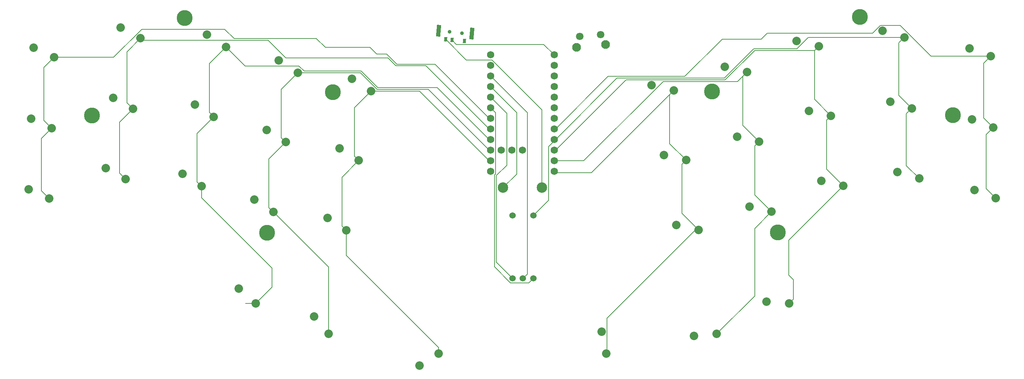
<source format=gbr>
%TF.GenerationSoftware,KiCad,Pcbnew,9.0.7*%
%TF.CreationDate,2026-02-25T20:28:23+01:00*%
%TF.ProjectId,AFF314KEEB,41464633-3134-44b4-9545-422e6b696361,rev?*%
%TF.SameCoordinates,Original*%
%TF.FileFunction,Copper,L1,Top*%
%TF.FilePolarity,Positive*%
%FSLAX46Y46*%
G04 Gerber Fmt 4.6, Leading zero omitted, Abs format (unit mm)*
G04 Created by KiCad (PCBNEW 9.0.7) date 2026-02-25 20:28:23*
%MOMM*%
%LPD*%
G01*
G04 APERTURE LIST*
G04 Aperture macros list*
%AMRotRect*
0 Rectangle, with rotation*
0 The origin of the aperture is its center*
0 $1 length*
0 $2 width*
0 $3 Rotation angle, in degrees counterclockwise*
0 Add horizontal line*
21,1,$1,$2,0,0,$3*%
G04 Aperture macros list end*
%TA.AperFunction,ComponentPad*%
%ADD10C,1.752600*%
%TD*%
%TA.AperFunction,ConnectorPad*%
%ADD11C,3.800000*%
%TD*%
%TA.AperFunction,ComponentPad*%
%ADD12C,2.600000*%
%TD*%
%TA.AperFunction,ComponentPad*%
%ADD13C,2.032000*%
%TD*%
%TA.AperFunction,ComponentPad*%
%ADD14C,2.500000*%
%TD*%
%TA.AperFunction,ComponentPad*%
%ADD15C,1.800000*%
%TD*%
%TA.AperFunction,ComponentPad*%
%ADD16C,2.100000*%
%TD*%
%TA.AperFunction,WasherPad*%
%ADD17C,0.900000*%
%TD*%
%TA.AperFunction,SMDPad,CuDef*%
%ADD18RotRect,0.700000X1.000000X355.000000*%
%TD*%
%TA.AperFunction,SMDPad,CuDef*%
%ADD19RotRect,2.800000X1.000000X265.000000*%
%TD*%
%TA.AperFunction,ComponentPad*%
%ADD20C,1.524000*%
%TD*%
%TA.AperFunction,Conductor*%
%ADD21C,0.200000*%
%TD*%
G04 APERTURE END LIST*
D10*
%TO.P,U1,1,1*%
%TO.N,unconnected-(U1-Pad1)*%
X142062065Y-63584463D03*
%TO.P,U1,2,0*%
%TO.N,unconnected-(U1-0-Pad2)*%
X142062065Y-66124463D03*
%TO.P,U1,3,GND*%
%TO.N,GND*%
X142062065Y-68664463D03*
%TO.P,U1,4,GND*%
X142062065Y-71204463D03*
%TO.P,U1,5,2*%
%TO.N,A*%
X142062065Y-73744463D03*
%TO.P,U1,6,3*%
%TO.N,B*%
X142062065Y-76284463D03*
%TO.P,U1,7,4*%
%TO.N,COL_0*%
X142062065Y-78824463D03*
%TO.P,U1,8,5*%
%TO.N,COL_1*%
X142062065Y-81364463D03*
%TO.P,U1,9,6*%
%TO.N,COL_2*%
X142062065Y-83904463D03*
%TO.P,U1,10,7*%
%TO.N,COL_3*%
X142062065Y-86444463D03*
%TO.P,U1,11,8*%
%TO.N,COL_4*%
X142062065Y-88984463D03*
%TO.P,U1,12,9*%
%TO.N,ROW_3*%
X142062065Y-91524463D03*
%TO.P,U1,13,10*%
%TO.N,COL_5*%
X157302065Y-91524463D03*
%TO.P,U1,14,16*%
%TO.N,COL_6*%
X157302065Y-88984463D03*
%TO.P,U1,15,14*%
%TO.N,COL_7*%
X157302065Y-86444463D03*
%TO.P,U1,16,15*%
%TO.N,COL_8*%
X157302065Y-83904463D03*
%TO.P,U1,17,18*%
%TO.N,COL_9*%
X157302065Y-81364463D03*
%TO.P,U1,18,19*%
%TO.N,ROW_2*%
X157302065Y-78824463D03*
%TO.P,U1,19,20*%
%TO.N,ROW_1*%
X157302065Y-76284463D03*
%TO.P,U1,20,21*%
%TO.N,ROW_0*%
X157302065Y-73744463D03*
%TO.P,U1,21,3.3v*%
%TO.N,unconnected-(U1-3.3v-Pad21)*%
X157302065Y-71204463D03*
%TO.P,U1,22,RST*%
%TO.N,RESET*%
X157302065Y-68664463D03*
%TO.P,U1,23,GND*%
%TO.N,GND*%
X157302065Y-66124463D03*
%TO.P,U1,24,B+*%
%TO.N,BAT+*%
X157302065Y-63584463D03*
%TO.P,U1,25,1*%
%TO.N,unconnected-(U1-1-Pad25)*%
X144602065Y-86444463D03*
%TO.P,U1,26,2*%
%TO.N,unconnected-(U1-2-Pad26)*%
X147142065Y-86444463D03*
%TO.P,U1,27,7*%
%TO.N,unconnected-(U1-7-Pad27)*%
X149682065Y-86444463D03*
%TD*%
D11*
%TO.P,H5,1,1*%
%TO.N,unconnected-(H5-Pad1)*%
X230501659Y-54503770D03*
D12*
X230501659Y-54503770D03*
%TD*%
D11*
%TO.P,H4,1,1*%
%TO.N,unconnected-(H4-Pad1)*%
X88550000Y-106250000D03*
D12*
X88550000Y-106250000D03*
%TD*%
%TO.P,H8,1,1*%
%TO.N,unconnected-(H8-Pad1)*%
X210849195Y-106165826D03*
D11*
X210849195Y-106165826D03*
%TD*%
D12*
%TO.P,H7,1,1*%
%TO.N,unconnected-(H7-Pad1)*%
X195099157Y-72352239D03*
D11*
X195099157Y-72352239D03*
%TD*%
D12*
%TO.P,H6,1,1*%
%TO.N,unconnected-(H6-Pad1)*%
X252752961Y-77995735D03*
D11*
X252752961Y-77995735D03*
%TD*%
D12*
%TO.P,H3,1,1*%
%TO.N,unconnected-(H3-Pad1)*%
X104282673Y-72534893D03*
D11*
X104282673Y-72534893D03*
%TD*%
D13*
%TO.P,SWL4,2,2*%
%TO.N,Net-(DL4-A)*%
X91398771Y-64908922D03*
%TO.P,SWL4,1,1*%
%TO.N,COL_3*%
X95958149Y-67845259D03*
%TD*%
%TO.P,SWL2,2,2*%
%TO.N,Net-(DL2-A)*%
X53506933Y-56992377D03*
%TO.P,SWL2,1,1*%
%TO.N,COL_1*%
X58260033Y-59603515D03*
%TD*%
D12*
%TO.P,H2,1,1*%
%TO.N,unconnected-(H2-Pad1)*%
X46629404Y-78141236D03*
D11*
X46629404Y-78141236D03*
%TD*%
D12*
%TO.P,H1,1,1*%
%TO.N,unconnected-(H1-Pad1)*%
X68876751Y-54735836D03*
D11*
X68876751Y-54735836D03*
%TD*%
D13*
%TO.P,SWL26,1,1*%
%TO.N,COL_7*%
X223563930Y-78225765D03*
%TO.P,SWL26,2,2*%
%TO.N,Net-(DL26-A)*%
X218275230Y-77025909D03*
%TD*%
D14*
%TO.P,BAT+1,1,1*%
%TO.N,VBAT*%
X154331689Y-95419787D03*
%TD*%
D13*
%TO.P,SWL35,1,1*%
%TO.N,COL_6*%
X196161323Y-130474103D03*
%TO.P,SWL35,2,2*%
%TO.N,Net-(DL35-A)*%
X190760695Y-130967271D03*
%TD*%
%TO.P,SWL31,1,1*%
%TO.N,COL_7*%
X226515949Y-94967497D03*
%TO.P,SWL31,2,2*%
%TO.N,Net-(DL31-A)*%
X221227249Y-93767641D03*
%TD*%
%TO.P,SWL10,1,1*%
%TO.N,COL_4*%
X110524292Y-88894427D03*
%TO.P,SWL10,2,2*%
%TO.N,Net-(DL10-A)*%
X105964914Y-85958090D03*
%TD*%
%TO.P,SWL36,1,1*%
%TO.N,COL_7*%
X213557185Y-123154087D03*
%TO.P,SWL36,2,2*%
%TO.N,Net-(DL36-A)*%
X208152967Y-122701955D03*
%TD*%
%TO.P,SWL23,1,1*%
%TO.N,COL_9*%
X261772284Y-63912854D03*
%TO.P,SWL23,2,2*%
%TO.N,Net-(DL23-A)*%
X256702041Y-61988631D03*
%TD*%
%TO.P,SWL1,1,1*%
%TO.N,COL_0*%
X37606591Y-64158294D03*
%TO.P,SWL1,2,2*%
%TO.N,Net-(DL1-A)*%
X32682926Y-61885076D03*
%TD*%
D15*
%TO.P,RSW1,1,1*%
%TO.N,GND*%
X168390973Y-58714221D03*
%TO.P,RSW1,2,2*%
%TO.N,RESET*%
X163410000Y-59150000D03*
D16*
%TO.P,RSW1,MP*%
%TO.N,N/C*%
X162631694Y-61727642D03*
X169605057Y-61117552D03*
%TD*%
D13*
%TO.P,SWL3,1,1*%
%TO.N,COL_2*%
X78769919Y-61666687D03*
%TO.P,SWL3,2,2*%
%TO.N,Net-(DL3-A)*%
X74210541Y-58730350D03*
%TD*%
%TO.P,SWL27,1,1*%
%TO.N,COL_8*%
X242905814Y-76377774D03*
%TO.P,SWL27,2,2*%
%TO.N,Net-(DL27-A)*%
X237713695Y-74811924D03*
%TD*%
%TO.P,SWL21,1,1*%
%TO.N,COL_7*%
X220611911Y-61484033D03*
%TO.P,SWL21,2,2*%
%TO.N,Net-(DL21-A)*%
X215323211Y-60284177D03*
%TD*%
%TO.P,SWL28,1,1*%
%TO.N,COL_9*%
X262369067Y-81002436D03*
%TO.P,SWL28,2,2*%
%TO.N,Net-(DL28-A)*%
X257298824Y-79078213D03*
%TD*%
%TO.P,SWL7,1,1*%
%TO.N,COL_1*%
X56483049Y-76510387D03*
%TO.P,SWL7,2,2*%
%TO.N,Net-(DL7-A)*%
X51729949Y-73899249D03*
%TD*%
%TO.P,SWL25,1,1*%
%TO.N,COL_6*%
X206375700Y-84404336D03*
%TO.P,SWL25,2,2*%
%TO.N,Net-(DL25-A)*%
X201087000Y-83204480D03*
%TD*%
%TO.P,SWL20,1,1*%
%TO.N,COL_6*%
X203423681Y-67662605D03*
%TO.P,SWL20,2,2*%
%TO.N,Net-(DL20-A)*%
X198134981Y-66462749D03*
%TD*%
D14*
%TO.P,BATGND1,1,1*%
%TO.N,GND*%
X145041689Y-95419787D03*
%TD*%
D13*
%TO.P,SWL24,1,1*%
%TO.N,COL_5*%
X188874903Y-88810254D03*
%TO.P,SWL24,2,2*%
%TO.N,Net-(DL24-A)*%
X183586203Y-87610398D03*
%TD*%
D17*
%TO.P,PSW1,*%
%TO.N,*%
X132225774Y-58068723D03*
X135210000Y-58380000D03*
D18*
%TO.P,PSW1,1,A*%
%TO.N,unconnected-(PSW1-A-Pad1)*%
X135800266Y-60238517D03*
%TO.P,PSW1,2,B*%
%TO.N,BAT+*%
X132811681Y-59977050D03*
%TO.P,PSW1,3,C*%
%TO.N,VBAT*%
X131317389Y-59846317D03*
D19*
%TO.P,PSW1,NC*%
%TO.N,N/C*%
X137559773Y-58485197D03*
X129640025Y-57792309D03*
%TD*%
D13*
%TO.P,SWL19,1,1*%
%TO.N,COL_5*%
X185922884Y-72068522D03*
%TO.P,SWL19,2,2*%
%TO.N,Net-(DL19-A)*%
X180634184Y-70868666D03*
%TD*%
%TO.P,SWL18,1,1*%
%TO.N,COL_4*%
X129646271Y-135198776D03*
%TO.P,SWL18,2,2*%
%TO.N,Net-(DL18-A)*%
X125058170Y-138090026D03*
%TD*%
%TO.P,SWL14,1,1*%
%TO.N,COL_3*%
X90071476Y-101230242D03*
%TO.P,SWL14,2,2*%
%TO.N,Net-(DL14-A)*%
X85512098Y-98293905D03*
%TD*%
%TO.P,SWL5,1,1*%
%TO.N,COL_4*%
X113458946Y-72251176D03*
%TO.P,SWL5,2,2*%
%TO.N,Net-(DL5-A)*%
X108899568Y-69314839D03*
%TD*%
%TO.P,SWL22,1,1*%
%TO.N,COL_8*%
X241118377Y-59371449D03*
%TO.P,SWL22,2,2*%
%TO.N,Net-(DL22-A)*%
X235926258Y-57805599D03*
%TD*%
%TO.P,SWL30,1,1*%
%TO.N,COL_6*%
X209327719Y-101146068D03*
%TO.P,SWL30,2,2*%
%TO.N,Net-(DL30-A)*%
X204039019Y-99946212D03*
%TD*%
%TO.P,SWL29,1,1*%
%TO.N,COL_5*%
X191826922Y-105551986D03*
%TO.P,SWL29,2,2*%
%TO.N,Net-(DL29-A)*%
X186538222Y-104352130D03*
%TD*%
%TO.P,SWL13,1,1*%
%TO.N,COL_2*%
X72883246Y-95051670D03*
%TO.P,SWL13,2,2*%
%TO.N,Net-(DL13-A)*%
X68323868Y-92115333D03*
%TD*%
%TO.P,SWL12,1,1*%
%TO.N,COL_1*%
X54716517Y-93317808D03*
%TO.P,SWL12,2,2*%
%TO.N,Net-(DL12-A)*%
X49963417Y-90706670D03*
%TD*%
D20*
%TO.P,SW1,A,A*%
%TO.N,A*%
X147300000Y-117150000D03*
%TO.P,SW1,B,B*%
%TO.N,B*%
X152300000Y-117150000D03*
%TO.P,SW1,C,C*%
%TO.N,GND*%
X149800000Y-117150000D03*
%TO.P,SW1,S1,S1*%
%TO.N,COL_8*%
X152300000Y-102050000D03*
%TO.P,SW1,S2,S2*%
%TO.N,SW37_2*%
X147300000Y-102050000D03*
%TD*%
D13*
%TO.P,SWL9,1,1*%
%TO.N,COL_3*%
X93023495Y-84488510D03*
%TO.P,SWL9,2,2*%
%TO.N,Net-(DL9-A)*%
X88464117Y-81552173D03*
%TD*%
%TO.P,SWL8,1,1*%
%TO.N,COL_2*%
X75817900Y-78408419D03*
%TO.P,SWL8,2,2*%
%TO.N,Net-(DL8-A)*%
X71258522Y-75472082D03*
%TD*%
%TO.P,SWL11,1,1*%
%TO.N,COL_0*%
X36423497Y-98037642D03*
%TO.P,SWL11,2,2*%
%TO.N,Net-(DL11-A)*%
X31499832Y-95764424D03*
%TD*%
%TO.P,SWL34,1,1*%
%TO.N,COL_5*%
X169777109Y-135211523D03*
%TO.P,SWL34,2,2*%
%TO.N,Net-(DL34-A)*%
X168629446Y-129911252D03*
%TD*%
%TO.P,SWL6,1,1*%
%TO.N,COL_0*%
X37013299Y-81147937D03*
%TO.P,SWL6,2,2*%
%TO.N,Net-(DL6-A)*%
X32089634Y-78874719D03*
%TD*%
%TO.P,SWL16,1,1*%
%TO.N,COL_2*%
X85865901Y-123142440D03*
%TO.P,SWL16,2,2*%
%TO.N,Net-(DL16-A)*%
X81759554Y-119600138D03*
%TD*%
%TO.P,SWL33,1,1*%
%TO.N,COL_9*%
X262958868Y-97892141D03*
%TO.P,SWL33,2,2*%
%TO.N,Net-(DL33-A)*%
X257888625Y-95967918D03*
%TD*%
%TO.P,SWL15,1,1*%
%TO.N,COL_4*%
X107572273Y-105636159D03*
%TO.P,SWL15,2,2*%
%TO.N,Net-(DL15-A)*%
X103012895Y-102699822D03*
%TD*%
%TO.P,SWL17,1,1*%
%TO.N,COL_3*%
X103262058Y-130461357D03*
%TO.P,SWL17,2,2*%
%TO.N,Net-(DL17-A)*%
X99833210Y-126259809D03*
%TD*%
%TO.P,SWL32,1,1*%
%TO.N,COL_8*%
X244672345Y-93185194D03*
%TO.P,SWL32,2,2*%
%TO.N,Net-(DL32-A)*%
X239480226Y-91619344D03*
%TD*%
D21*
%TO.N,COL_6*%
X203423681Y-67662605D02*
X201133620Y-69952666D01*
X201133620Y-69952666D02*
X183412704Y-69952666D01*
X183412704Y-69952666D02*
X164380907Y-88984463D01*
X164380907Y-88984463D02*
X157302065Y-88984463D01*
%TO.N,VBAT*%
X154331689Y-95419787D02*
X154331689Y-76729133D01*
X154331689Y-76729133D02*
X142402556Y-64800000D01*
X142402556Y-64800000D02*
X136271072Y-64800000D01*
X136271072Y-64800000D02*
X131317389Y-59846317D01*
%TO.N,GND*%
X145041689Y-95419787D02*
X148319365Y-92142111D01*
X148319365Y-77461763D02*
X142062065Y-71204463D01*
X148319365Y-92142111D02*
X148319365Y-77461763D01*
X149800000Y-117150000D02*
X150859365Y-116090635D01*
X150859365Y-116090635D02*
X150859365Y-77461763D01*
X150859365Y-77461763D02*
X142062065Y-68664463D01*
%TO.N,BAT+*%
X132811681Y-59977050D02*
X133902750Y-61068119D01*
X133902750Y-61068119D02*
X154785721Y-61068119D01*
X154785721Y-61068119D02*
X157302065Y-63584463D01*
%TO.N,B*%
X152300000Y-117150000D02*
X151237000Y-118213000D01*
X143023765Y-114377075D02*
X143023765Y-92359135D01*
X151237000Y-118213000D02*
X146859690Y-118213000D01*
X146859690Y-118213000D02*
X143023765Y-114377075D01*
X143023765Y-92359135D02*
X143239365Y-92143535D01*
X143239365Y-92143535D02*
X143239365Y-77461763D01*
X143239365Y-77461763D02*
X142062065Y-76284463D01*
%TO.N,A*%
X143424765Y-92525235D02*
X145940000Y-90010000D01*
X145940000Y-90010000D02*
X145940000Y-77622398D01*
X143424765Y-113274765D02*
X143424765Y-92525235D01*
X147300000Y-117150000D02*
X143424765Y-113274765D01*
X145940000Y-77622398D02*
X142062065Y-73744463D01*
%TO.N,VBAT*%
X131317389Y-60348227D02*
X131317389Y-59846317D01*
X154331689Y-95419787D02*
X153501689Y-94589787D01*
%TO.N,COL_0*%
X119617933Y-65792975D02*
X128750577Y-65792975D01*
X34563904Y-96178049D02*
X36423497Y-98037642D01*
X51842734Y-64158294D02*
X58587678Y-57413350D01*
X114831689Y-63399787D02*
X117224745Y-63399787D01*
X113219960Y-61788058D02*
X114831689Y-63399787D01*
X37013299Y-81147937D02*
X34563904Y-83597332D01*
X58587678Y-57413350D02*
X78430414Y-57413350D01*
X100376428Y-59646350D02*
X102518136Y-61788058D01*
X78430414Y-57413350D02*
X80663414Y-59646350D01*
X35153706Y-66611179D02*
X35153706Y-79288344D01*
X128750577Y-65792975D02*
X142062065Y-79104463D01*
X102518136Y-61788058D02*
X113219960Y-61788058D01*
X117224745Y-63399787D02*
X119617933Y-65792975D01*
X35153706Y-79288344D02*
X37013299Y-81147937D01*
X34563904Y-83597332D02*
X34563904Y-96178049D01*
X80663414Y-59646350D02*
X100376428Y-59646350D01*
X37606591Y-64158294D02*
X51842734Y-64158294D01*
X37606591Y-64158294D02*
X35153706Y-66611179D01*
%TO.N,COL_1*%
X55034267Y-75061605D02*
X56483049Y-76510387D01*
X93070504Y-64283845D02*
X117491940Y-64283845D01*
X53267735Y-91869026D02*
X54716517Y-93317808D01*
X88834009Y-60047350D02*
X93070504Y-64283845D01*
X56483049Y-76510387D02*
X53267735Y-79725701D01*
X126611577Y-66193975D02*
X142062065Y-81644463D01*
X117491940Y-64283845D02*
X119402070Y-66193975D01*
X53267735Y-79725701D02*
X53267735Y-91869026D01*
X58703868Y-60047350D02*
X88834009Y-60047350D01*
X55034267Y-62829281D02*
X55034267Y-75061605D01*
X58260033Y-59603515D02*
X55034267Y-62829281D01*
X58260033Y-59603515D02*
X58703868Y-60047350D01*
X119402070Y-66193975D02*
X126611577Y-66193975D01*
%TO.N,COL_2*%
X89754601Y-119253740D02*
X85865901Y-123142440D01*
X75817900Y-78408419D02*
X71842270Y-82384049D01*
X72883246Y-95051670D02*
X72883246Y-97845625D01*
X78769919Y-61666687D02*
X83353019Y-66249787D01*
X74776924Y-65659682D02*
X74776924Y-77367443D01*
X78769919Y-61666687D02*
X74776924Y-65659682D01*
X85865901Y-123142441D02*
X83439337Y-123142441D01*
X115086566Y-71449176D02*
X129326778Y-71449176D01*
X71842270Y-94010694D02*
X72883246Y-95051670D01*
X96225197Y-66249787D02*
X97419669Y-67444259D01*
X83353019Y-66249787D02*
X96225197Y-66249787D01*
X74776924Y-77367443D02*
X75817900Y-78408419D01*
X129326778Y-71449176D02*
X142062065Y-84184463D01*
X89754601Y-114716980D02*
X89754601Y-119253740D01*
X72883246Y-97845625D02*
X89754601Y-114716980D01*
X111081649Y-67444259D02*
X115086566Y-71449176D01*
X71842270Y-82384049D02*
X71842270Y-94010694D01*
X97419669Y-67444259D02*
X111081649Y-67444259D01*
%TO.N,COL_3*%
X127187778Y-71850176D02*
X142062065Y-86724463D01*
X89030500Y-100189266D02*
X90071476Y-101230242D01*
X95958149Y-67845259D02*
X110915549Y-67845259D01*
X91982519Y-71820889D02*
X91982519Y-83447534D01*
X114920466Y-71850176D02*
X127187778Y-71850176D01*
X93023495Y-84488510D02*
X89030500Y-88481505D01*
X91982519Y-83447534D02*
X93023495Y-84488510D01*
X89030500Y-88481505D02*
X89030500Y-100189266D01*
X95958149Y-67845259D02*
X91982519Y-71820889D01*
X110915549Y-67845259D02*
X114920466Y-71850176D01*
X103262058Y-130461357D02*
X103262058Y-114420824D01*
X103262058Y-114420824D02*
X90071476Y-101230242D01*
%TO.N,COL_4*%
X113458946Y-72251176D02*
X125048778Y-72251176D01*
X107572273Y-105636159D02*
X107572273Y-111652616D01*
X129646271Y-133726614D02*
X129646271Y-135198776D01*
X113458946Y-72251176D02*
X109483316Y-76226806D01*
X109483316Y-87853451D02*
X110524292Y-88894427D01*
X109483316Y-76226806D02*
X109483316Y-87853451D01*
X110524292Y-88894427D02*
X106531297Y-92887422D01*
X106531297Y-92887422D02*
X106531297Y-104595183D01*
X107572273Y-111652616D02*
X129646271Y-133726614D01*
X106531297Y-104595183D02*
X107572273Y-105636159D01*
X125048778Y-72251176D02*
X142062065Y-89264463D01*
%TO.N,COL_5*%
X187858904Y-101583968D02*
X191826922Y-105551986D01*
X185922884Y-72068522D02*
X184906885Y-73084521D01*
X169946446Y-135042186D02*
X169777109Y-135211523D01*
X185922884Y-72068522D02*
X166186943Y-91804463D01*
X191826922Y-105551986D02*
X191126192Y-105551986D01*
X184906885Y-73084521D02*
X184906885Y-84842236D01*
X187858904Y-89826253D02*
X187858904Y-101583968D01*
X166186943Y-91804463D02*
X157302065Y-91804463D01*
X188874903Y-88810254D02*
X187858904Y-89826253D01*
X191126192Y-105551986D02*
X169946446Y-126731732D01*
X184906885Y-84842236D02*
X188874903Y-88810254D01*
X169946446Y-126731732D02*
X169946446Y-135042186D01*
%TO.N,COL_6*%
X202407682Y-80436318D02*
X206375700Y-84404336D01*
X205359701Y-85420335D02*
X205359701Y-97178050D01*
X205359701Y-97178050D02*
X209327719Y-101146068D01*
X206375700Y-84404336D02*
X205359701Y-85420335D01*
X205301274Y-105172513D02*
X205301274Y-121334152D01*
X203423681Y-67662605D02*
X202407682Y-68678604D01*
X205301274Y-121334152D02*
X196161323Y-130474103D01*
X209327719Y-101146068D02*
X205301274Y-105172513D01*
X202407682Y-68678604D02*
X202407682Y-80436318D01*
%TO.N,COL_7*%
X198239810Y-69551666D02*
X174474862Y-69551666D01*
X219592230Y-74254065D02*
X223563930Y-78225765D01*
X222547931Y-90999479D02*
X226515949Y-94967497D01*
X223563930Y-78225765D02*
X222547931Y-79241764D01*
X214573184Y-122138088D02*
X213557185Y-123154087D01*
X205291444Y-62500032D02*
X198239810Y-69551666D01*
X226515949Y-94967497D02*
X213479454Y-108003992D01*
X213479454Y-116367266D02*
X214573184Y-117460996D01*
X220611911Y-61484033D02*
X219592230Y-62503714D01*
X220611911Y-61484033D02*
X219595912Y-62500032D01*
X219595912Y-62500032D02*
X205291444Y-62500032D01*
X219592230Y-62503714D02*
X219592230Y-74254065D01*
X174474862Y-69551666D02*
X157302065Y-86724463D01*
X222547931Y-79241764D02*
X222547931Y-90999479D01*
X213479454Y-108003992D02*
X213479454Y-116367266D01*
X214573184Y-117460996D02*
X214573184Y-122138088D01*
%TO.N,COL_8*%
X242905814Y-76377774D02*
X241582683Y-77700905D01*
X172335862Y-69150666D02*
X157302065Y-84184463D01*
X239816152Y-60673674D02*
X239816152Y-73288112D01*
X198021689Y-69150666D02*
X172335862Y-69150666D01*
X241118377Y-59371449D02*
X239816152Y-60673674D01*
X241582683Y-90095532D02*
X244672345Y-93185194D01*
X241582683Y-77700905D02*
X241582683Y-90095532D01*
X205073323Y-62099032D02*
X198021689Y-69150666D01*
X239816152Y-73288112D02*
X242905814Y-76377774D01*
X155939365Y-85547163D02*
X157302065Y-84184463D01*
X241118377Y-59371449D02*
X218098459Y-59371449D01*
X215370876Y-62099032D02*
X205073323Y-62099032D01*
X218098459Y-59371449D02*
X215370876Y-62099032D01*
X155939365Y-98410635D02*
X155939365Y-85547163D01*
X152300000Y-102050000D02*
X155939365Y-98410635D01*
%TO.N,COL_9*%
X262369067Y-81002436D02*
X260687461Y-82684042D01*
X260687461Y-82684042D02*
X260687461Y-95620734D01*
X206818516Y-59786739D02*
X197530898Y-59786739D01*
X233518218Y-58351116D02*
X208254139Y-58351116D01*
X260687461Y-95620734D02*
X262958868Y-97892141D01*
X208254139Y-58351116D02*
X206818516Y-59786739D01*
X247522302Y-63912854D02*
X240098044Y-56488596D01*
X260097660Y-78731029D02*
X262369067Y-81002436D01*
X240098044Y-56488596D02*
X235380738Y-56488596D01*
X188567971Y-68749666D02*
X170196862Y-68749666D01*
X170196862Y-68749666D02*
X157302065Y-81644463D01*
X235380738Y-56488596D02*
X233518218Y-58351116D01*
X197530898Y-59786739D02*
X188567971Y-68749666D01*
X261772284Y-63912854D02*
X247522302Y-63912854D01*
X261772284Y-63912854D02*
X260097660Y-65587478D01*
X260097660Y-65587478D02*
X260097660Y-78731029D01*
%TD*%
M02*

</source>
